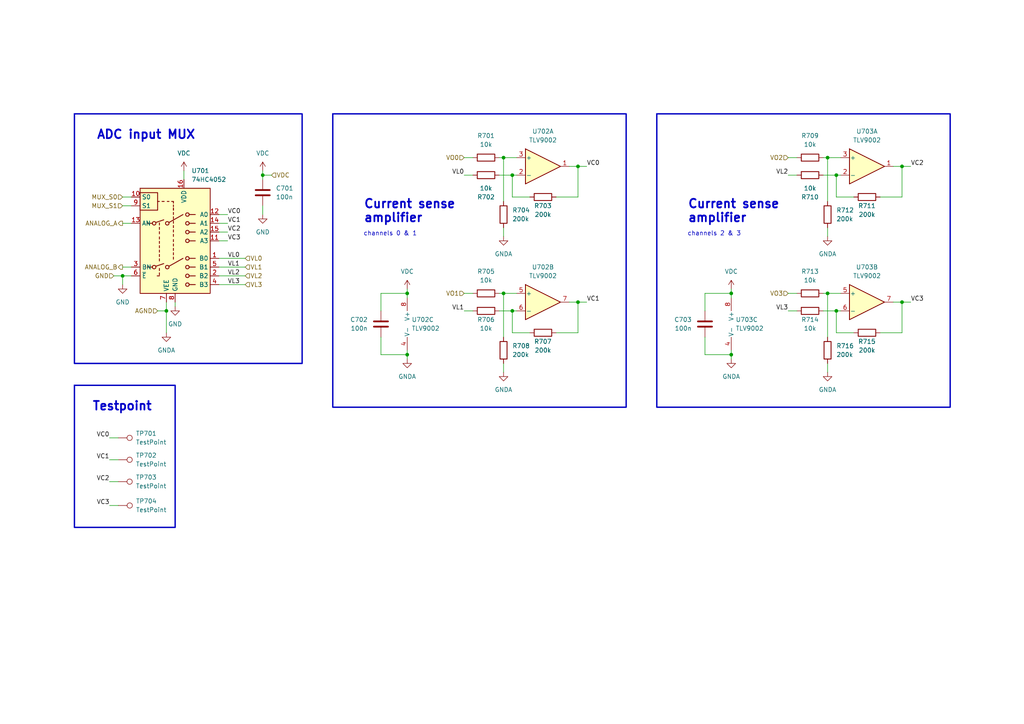
<source format=kicad_sch>
(kicad_sch (version 20230121) (generator eeschema)
  (paper "A4")
  (lib_symbols
    (symbol "Amplifier_Operational:LMV358" (pin_names (offset 0.127))
      (property "Reference" "U" (at 0 5.08 0))
      (property "Value" "LMV358" (at 0 -5.08 0))
      (symbol "LMV358_1_1"
        (polyline (pts (xy -5.08 5.08) (xy 5.08 0) (xy -5.08 -5.08) (xy -5.08 5.08)) (stroke (width 0.254)) (fill (type background)))
        (pin output line (at 7.62 0 180) (length 2.54) (name "~") (number "1"))
        (pin input line (at -7.62 -2.54 0) (length 2.54) (name "-") (number "2"))
        (pin input line (at -7.62 2.54 0) (length 2.54) (name "+") (number "3"))
      )
      (symbol "LMV358_2_1"
        (polyline (pts (xy -5.08 5.08) (xy 5.08 0) (xy -5.08 -5.08) (xy -5.08 5.08)) (stroke (width 0.254)) (fill (type background)))
        (pin input line (at -7.62 2.54 0) (length 2.54) (name "+") (number "5"))
        (pin input line (at -7.62 -2.54 0) (length 2.54) (name "-") (number "6"))
        (pin output line (at 7.62 0 180) (length 2.54) (name "~") (number "7"))
      )
      (symbol "LMV358_3_1"
        (pin power_in line (at -2.54 -7.62 90) (length 3.81) (name "V-") (number "4"))
        (pin power_in line (at -2.54 7.62 270) (length 3.81) (name "V+") (number "8"))
      )
    )
    (symbol "Analog_Switch:CD4052B"
      (property "Reference" "U3" (at 4.7341 20.32 0))
      (property "Value" "74HC4052" (at 4.7341 17.78 0))
      (symbol "CD4052B_0_1"
        (rectangle (start -10.16 8.89) (end -5.08 13.97) (stroke (width 0.254)))
        (rectangle (start -10.16 15.24) (end 10.16 -15.24) (stroke (width 0.254)) (fill (type background)))
        (circle (center -6.096 -7.62) (radius 0.508) (stroke (width 0.254)))
        (circle (center -6.096 5.08) (radius 0.508) (stroke (width 0.254)))
        (circle (center -2.286 -7.62) (radius 0.508) (stroke (width 0.254)))
        (circle (center -2.286 5.08) (radius 0.508) (stroke (width 0.254)))
        (polyline (pts (xy -8.128 -7.62) (xy -6.604 -7.62)) (stroke (width 0.254)))
        (polyline (pts (xy -8.128 5.08) (xy -6.604 5.08)) (stroke (width 0.254)))
        (polyline (pts (xy -5.588 -7.366) (xy -3.302 -6.604)) (stroke (width 0.254)))
        (polyline (pts (xy -5.588 5.334) (xy -3.302 6.096)) (stroke (width 0.254)))
        (polyline (pts (xy -4.572 -10.16) (xy -5.207 -10.16)) (stroke (width 0.254)))
        (polyline (pts (xy -4.572 -9.906) (xy -4.572 -9.271)) (stroke (width 0.254)))
        (polyline (pts (xy -4.572 -8.636) (xy -4.572 -8.001)) (stroke (width 0.254)))
        (polyline (pts (xy -4.572 -5.842) (xy -4.572 -5.207)) (stroke (width 0.254)))
        (polyline (pts (xy -4.572 -4.572) (xy -4.572 -3.937)) (stroke (width 0.254)))
        (polyline (pts (xy -4.572 -3.302) (xy -4.572 -2.667)) (stroke (width 0.254)))
        (polyline (pts (xy -4.572 -2.032) (xy -4.572 -1.397)) (stroke (width 0.254)))
        (polyline (pts (xy -4.572 -0.762) (xy -4.572 -0.127)) (stroke (width 0.254)))
        (polyline (pts (xy -4.572 0.508) (xy -4.572 1.143)) (stroke (width 0.254)))
        (polyline (pts (xy -4.572 2.032) (xy -4.572 2.667)) (stroke (width 0.254)))
        (polyline (pts (xy -4.572 3.302) (xy -4.572 3.937)) (stroke (width 0.254)))
        (polyline (pts (xy -4.572 4.572) (xy -4.572 5.207)) (stroke (width 0.254)))
        (polyline (pts (xy -4.572 11.43) (xy -5.08 11.43)) (stroke (width 0.254)))
        (polyline (pts (xy -3.81 11.43) (xy -3.175 11.43)) (stroke (width 0.254)))
        (polyline (pts (xy -1.778 -7.366) (xy 2.286 -5.08)) (stroke (width 0.254)))
        (polyline (pts (xy -1.778 5.334) (xy 2.286 7.62)) (stroke (width 0.254)))
        (polyline (pts (xy -1.778 11.43) (xy -2.286 11.43)) (stroke (width 0.254)))
        (polyline (pts (xy -0.508 -5.334) (xy -0.508 -4.699)) (stroke (width 0.254)))
        (polyline (pts (xy -0.508 -4.064) (xy -0.508 -3.429)) (stroke (width 0.254)))
        (polyline (pts (xy -0.508 -2.794) (xy -0.508 -2.159)) (stroke (width 0.254)))
        (polyline (pts (xy -0.508 -1.524) (xy -0.508 -0.889)) (stroke (width 0.254)))
        (polyline (pts (xy -0.508 -0.254) (xy -0.508 0.381)) (stroke (width 0.254)))
        (polyline (pts (xy -0.508 1.27) (xy -0.508 1.905)) (stroke (width 0.254)))
        (polyline (pts (xy -0.508 2.54) (xy -0.508 3.175)) (stroke (width 0.254)))
        (polyline (pts (xy -0.508 3.81) (xy -0.508 4.445)) (stroke (width 0.254)))
        (polyline (pts (xy -0.508 5.08) (xy -0.508 5.715)) (stroke (width 0.254)))
        (polyline (pts (xy -0.508 6.35) (xy -0.508 6.985)) (stroke (width 0.254)))
        (polyline (pts (xy -0.508 7.62) (xy -0.508 8.255)) (stroke (width 0.254)))
        (polyline (pts (xy -0.508 8.89) (xy -0.508 9.398)) (stroke (width 0.254)))
        (polyline (pts (xy -0.508 8.89) (xy -0.508 9.525)) (stroke (width 0.254)))
        (polyline (pts (xy -0.508 9.906) (xy -0.508 10.414)) (stroke (width 0.254)))
        (polyline (pts (xy -0.508 10.922) (xy -0.508 11.43)) (stroke (width 0.254)))
        (polyline (pts (xy -0.508 11.43) (xy -1.016 11.43)) (stroke (width 0.254)))
        (polyline (pts (xy 4.064 -12.7) (xy 5.842 -12.7)) (stroke (width 0.254)))
        (polyline (pts (xy 4.064 -10.16) (xy 5.842 -10.16)) (stroke (width 0.254)))
        (polyline (pts (xy 4.064 -7.62) (xy 5.842 -7.62)) (stroke (width 0.254)))
        (polyline (pts (xy 4.064 -5.08) (xy 5.842 -5.08)) (stroke (width 0.254)))
        (polyline (pts (xy 4.064 0) (xy 5.842 0)) (stroke (width 0.254)))
        (polyline (pts (xy 4.064 2.54) (xy 5.842 2.54)) (stroke (width 0.254)))
        (polyline (pts (xy 4.064 5.08) (xy 5.842 5.08)) (stroke (width 0.254)))
        (polyline (pts (xy 4.064 7.62) (xy 5.842 7.62)) (stroke (width 0.254)))
        (circle (center 3.556 -12.7) (radius 0.508) (stroke (width 0.254)))
        (circle (center 3.556 -10.16) (radius 0.508) (stroke (width 0.254)))
        (circle (center 3.556 -7.62) (radius 0.508) (stroke (width 0.254)))
        (circle (center 3.556 -5.08) (radius 0.508) (stroke (width 0.254)))
        (circle (center 3.556 0) (radius 0.508) (stroke (width 0.254)))
        (circle (center 3.556 2.54) (radius 0.508) (stroke (width 0.254)))
        (circle (center 3.556 5.08) (radius 0.508) (stroke (width 0.254)))
        (circle (center 3.556 7.62) (radius 0.508) (stroke (width 0.254)))
      )
      (symbol "CD4052B_1_1"
        (pin bidirectional line (at 12.7 -5.08 180) (length 2.54) (name "B0") (number "1"))
        (pin input line (at -12.7 12.7 0) (length 2.54) (name "S0") (number "10"))
        (pin bidirectional line (at 12.7 0 180) (length 2.54) (name "A3") (number "11"))
        (pin bidirectional line (at 12.7 7.62 180) (length 2.54) (name "A0") (number "12"))
        (pin bidirectional line (at -12.7 5.08 0) (length 2.54) (name "AN") (number "13"))
        (pin bidirectional line (at 12.7 5.08 180) (length 2.54) (name "A1") (number "14"))
        (pin bidirectional line (at 12.7 2.54 180) (length 2.54) (name "A2") (number "15"))
        (pin power_in line (at 2.54 17.78 270) (length 2.54) (name "VDD") (number "16"))
        (pin bidirectional line (at 12.7 -10.16 180) (length 2.54) (name "B2") (number "2"))
        (pin bidirectional line (at -12.7 -7.62 0) (length 2.54) (name "BN") (number "3"))
        (pin bidirectional line (at 12.7 -12.7 180) (length 2.54) (name "B3") (number "4"))
        (pin bidirectional line (at 12.7 -7.62 180) (length 2.54) (name "B1") (number "5"))
        (pin input line (at -12.7 -10.16 0) (length 2.54) (name "~{E}") (number "6"))
        (pin power_in line (at -2.54 -17.78 90) (length 2.54) (name "VEE") (number "7"))
        (pin power_in line (at 0 -17.78 90) (length 2.54) (name "GND") (number "8"))
        (pin input line (at -12.7 10.16 0) (length 2.54) (name "S1") (number "9"))
      )
    )
    (symbol "Connector:TestPoint" (pin_numbers hide) (pin_names (offset 0.762) hide)
      (property "Reference" "TP" (at 0 6.858 0))
      (property "Value" "TestPoint" (at 0 5.08 0))
      (symbol "TestPoint_0_1"
        (circle (center 0 3.302) (radius 0.762))
      )
      (symbol "TestPoint_1_1"
        (pin passive line (at 0 0 90) (length 2.54) (name "1") (number "1"))
      )
    )
    (symbol "Device:C" (pin_numbers hide) (pin_names (offset 0.254))
      (property "Reference" "C" (at 0.635 2.54 0))
      (property "Value" "C" (at 0.635 -2.54 0))
      (symbol "C_0_1"
        (polyline (pts (xy -2.032 -0.762) (xy 2.032 -0.762)) (stroke (width 0.508)))
        (polyline (pts (xy -2.032 0.762) (xy 2.032 0.762)) (stroke (width 0.508)))
      )
      (symbol "C_1_1"
        (pin passive line (at 0 3.81 270) (length 2.794) (name "~") (number "1"))
        (pin passive line (at 0 -3.81 90) (length 2.794) (name "~") (number "2"))
      )
    )
    (symbol "Device:R" (pin_numbers hide) (pin_names (offset 0))
      (property "Reference" "R" (at 2.032 0 90))
      (property "Value" "R" (at 0 0 90))
      (symbol "R_0_1"
        (rectangle (start -1.016 -2.54) (end 1.016 2.54) (stroke (width 0.254)))
      )
      (symbol "R_1_1"
        (pin passive line (at 0 3.81 270) (length 1.27) (name "~") (number "1"))
        (pin passive line (at 0 -3.81 90) (length 1.27) (name "~") (number "2"))
      )
    )
    (symbol "power:GND" (power) (pin_names (offset 0))
      (property "Value" "GND" (at 0 -3.81 0))
      (symbol "GND_0_1"
        (polyline (pts (xy 0 0) (xy 0 -1.27) (xy 1.27 -1.27) (xy 0 -2.54) (xy -1.27 -1.27) (xy 0 -1.27)))
      )
      (symbol "GND_1_1"
        (pin power_in line (at 0 0 270) (length 0) hide (name "GND") (number "1"))
      )
    )
    (symbol "power:GNDA" (power) (pin_names (offset 0))
      (property "Value" "GNDA" (at 0 -3.81 0))
      (symbol "GNDA_0_1"
        (polyline (pts (xy 0 0) (xy 0 -1.27) (xy 1.27 -1.27) (xy 0 -2.54) (xy -1.27 -1.27) (xy 0 -1.27)))
      )
      (symbol "GNDA_1_1"
        (pin power_in line (at 0 0 270) (length 0) hide (name "GNDA") (number "1"))
      )
    )
    (symbol "power:VDC" (power) (pin_names (offset 0))
      (property "Value" "VDC" (at 0 6.35 0))
      (symbol "VDC_0_1"
        (polyline (pts (xy -0.762 1.27) (xy 0 2.54)))
        (polyline (pts (xy 0 0) (xy 0 2.54)))
        (polyline (pts (xy 0 2.54) (xy 0.762 1.27)))
      )
      (symbol "VDC_1_1"
        (pin power_in line (at 0 0 90) (length 0) hide (name "VDC") (number "1"))
      )
    )
  )
  (junction (at 212.09 102.87))
  (junction (at 242.57 90.17))
  (junction (at 261.62 87.63))
  (junction (at 240.03 45.72))
  (junction (at 167.64 87.63))
  (junction (at 148.59 50.8))
  (junction (at 118.11 102.87))
  (junction (at 261.62 48.26))
  (junction (at 212.09 85.09))
  (junction (at 240.03 85.09))
  (junction (at 48.26 90.17))
  (junction (at 146.05 45.72))
  (junction (at 242.57 50.8))
  (junction (at 148.59 90.17))
  (junction (at 167.64 48.26))
  (junction (at 118.11 85.09))
  (junction (at 35.56 80.01))
  (junction (at 76.2 50.8))
  (junction (at 146.05 85.09))
  (wire (pts (xy 63.5 82.55) (xy 71.12 82.55)))
  (wire (pts (xy 240.03 85.09) (xy 243.84 85.09)))
  (wire (pts (xy 110.49 90.17) (xy 110.49 85.09)))
  (wire (pts (xy 31.7845 146.6159) (xy 34.3245 146.6159)))
  (wire (pts (xy 204.47 102.87) (xy 212.09 102.87)))
  (wire (pts (xy 76.2 50.8) (xy 76.2 52.07)))
  (wire (pts (xy 240.03 45.72) (xy 240.03 58.42)))
  (wire (pts (xy 228.6 50.8) (xy 231.14 50.8)))
  (wire (pts (xy 148.59 57.15) (xy 148.59 50.8)))
  (wire (pts (xy 146.05 68.58) (xy 146.05 66.04)))
  (wire (pts (xy 63.5 64.77) (xy 66.04 64.77)))
  (wire (pts (xy 118.11 104.14) (xy 118.11 102.87)))
  (wire (pts (xy 146.05 107.95) (xy 146.05 105.41)))
  (wire (pts (xy 144.78 50.8) (xy 148.59 50.8)))
  (wire (pts (xy 228.6 45.72) (xy 231.14 45.72)))
  (wire (pts (xy 165.1 87.63) (xy 167.64 87.63)))
  (wire (pts (xy 35.56 57.15) (xy 38.1 57.15)))
  (wire (pts (xy 63.5 74.93) (xy 71.12 74.93)))
  (wire (pts (xy 167.64 48.26) (xy 170.18 48.26)))
  (wire (pts (xy 35.56 80.01) (xy 38.1 80.01)))
  (wire (pts (xy 212.09 104.14) (xy 212.09 102.87)))
  (wire (pts (xy 148.59 90.17) (xy 149.86 90.17)))
  (wire (pts (xy 50.8 88.9) (xy 50.8 87.63)))
  (wire (pts (xy 161.29 96.52) (xy 167.64 96.52)))
  (wire (pts (xy 134.62 45.72) (xy 137.16 45.72)))
  (wire (pts (xy 167.64 96.52) (xy 167.64 87.63)))
  (wire (pts (xy 66.04 62.23) (xy 63.5 62.23)))
  (wire (pts (xy 242.57 90.17) (xy 243.84 90.17)))
  (wire (pts (xy 240.03 107.95) (xy 240.03 105.41)))
  (wire (pts (xy 48.26 90.17) (xy 48.26 87.63)))
  (wire (pts (xy 118.11 83.82) (xy 118.11 85.09)))
  (wire (pts (xy 259.08 87.63) (xy 261.62 87.63)))
  (wire (pts (xy 63.5 77.47) (xy 71.12 77.47)))
  (wire (pts (xy 146.05 85.09) (xy 146.05 97.79)))
  (wire (pts (xy 240.03 85.09) (xy 240.03 97.79)))
  (wire (pts (xy 110.49 85.09) (xy 118.11 85.09)))
  (wire (pts (xy 212.09 102.87) (xy 212.09 101.6)))
  (wire (pts (xy 33.02 80.01) (xy 35.56 80.01)))
  (wire (pts (xy 63.5 67.31) (xy 66.04 67.31)))
  (wire (pts (xy 35.56 64.77) (xy 38.1 64.77)))
  (wire (pts (xy 35.56 80.01) (xy 35.56 82.55)))
  (wire (pts (xy 261.62 48.26) (xy 264.16 48.26)))
  (wire (pts (xy 261.62 57.15) (xy 261.62 48.26)))
  (wire (pts (xy 242.57 96.52) (xy 242.57 90.17)))
  (wire (pts (xy 110.49 102.87) (xy 118.11 102.87)))
  (wire (pts (xy 255.27 96.52) (xy 261.62 96.52)))
  (wire (pts (xy 242.57 50.8) (xy 243.84 50.8)))
  (wire (pts (xy 167.64 87.63) (xy 170.18 87.63)))
  (wire (pts (xy 242.57 57.15) (xy 242.57 50.8)))
  (wire (pts (xy 161.29 57.15) (xy 167.64 57.15)))
  (wire (pts (xy 238.76 85.09) (xy 240.03 85.09)))
  (wire (pts (xy 134.62 85.09) (xy 137.16 85.09)))
  (wire (pts (xy 63.5 80.01) (xy 71.12 80.01)))
  (wire (pts (xy 31.75 127) (xy 34.29 127)))
  (wire (pts (xy 167.64 57.15) (xy 167.64 48.26)))
  (wire (pts (xy 35.56 77.47) (xy 38.1 77.47)))
  (wire (pts (xy 238.76 45.72) (xy 240.03 45.72)))
  (wire (pts (xy 78.74 50.8) (xy 76.2 50.8)))
  (wire (pts (xy 110.49 97.79) (xy 110.49 102.87)))
  (wire (pts (xy 144.78 45.72) (xy 146.05 45.72)))
  (wire (pts (xy 259.08 48.26) (xy 261.62 48.26)))
  (wire (pts (xy 153.67 57.15) (xy 148.59 57.15)))
  (wire (pts (xy 240.03 45.72) (xy 243.84 45.72)))
  (wire (pts (xy 204.47 97.79) (xy 204.47 102.87)))
  (wire (pts (xy 212.09 83.82) (xy 212.09 85.09)))
  (wire (pts (xy 35.56 59.69) (xy 38.1 59.69)))
  (wire (pts (xy 247.65 96.52) (xy 242.57 96.52)))
  (wire (pts (xy 153.67 96.52) (xy 148.59 96.52)))
  (wire (pts (xy 240.03 68.58) (xy 240.03 66.04)))
  (wire (pts (xy 238.76 90.17) (xy 242.57 90.17)))
  (wire (pts (xy 146.05 45.72) (xy 149.86 45.72)))
  (wire (pts (xy 146.05 85.09) (xy 149.86 85.09)))
  (wire (pts (xy 118.11 102.87) (xy 118.11 101.6)))
  (wire (pts (xy 146.05 45.72) (xy 146.05 58.42)))
  (wire (pts (xy 148.59 50.8) (xy 149.86 50.8)))
  (wire (pts (xy 134.62 50.8) (xy 137.16 50.8)))
  (wire (pts (xy 144.78 90.17) (xy 148.59 90.17)))
  (wire (pts (xy 204.47 85.09) (xy 212.09 85.09)))
  (wire (pts (xy 238.76 50.8) (xy 242.57 50.8)))
  (wire (pts (xy 53.34 49.53) (xy 53.34 52.07)))
  (wire (pts (xy 134.62 90.17) (xy 137.16 90.17)))
  (wire (pts (xy 204.47 90.17) (xy 204.47 85.09)))
  (wire (pts (xy 261.62 87.63) (xy 264.16 87.63)))
  (wire (pts (xy 76.2 49.53) (xy 76.2 50.8)))
  (wire (pts (xy 63.5 69.85) (xy 66.04 69.85)))
  (wire (pts (xy 165.1 48.26) (xy 167.64 48.26)))
  (wire (pts (xy 45.72 90.17) (xy 48.26 90.17)))
  (wire (pts (xy 212.09 85.09) (xy 212.09 86.36)))
  (wire (pts (xy 144.78 85.09) (xy 146.05 85.09)))
  (wire (pts (xy 76.2 59.69) (xy 76.2 62.23)))
  (wire (pts (xy 31.75 133.35) (xy 34.29 133.35)))
  (wire (pts (xy 228.6 85.09) (xy 231.14 85.09)))
  (wire (pts (xy 118.11 85.09) (xy 118.11 86.36)))
  (wire (pts (xy 261.62 96.52) (xy 261.62 87.63)))
  (wire (pts (xy 148.59 96.52) (xy 148.59 90.17)))
  (wire (pts (xy 48.26 90.17) (xy 48.26 96.52)))
  (wire (pts (xy 31.75 139.7) (xy 34.29 139.7)))
  (wire (pts (xy 247.65 57.15) (xy 242.57 57.15)))
  (wire (pts (xy 255.27 57.15) (xy 261.62 57.15)))
  (wire (pts (xy 228.6 90.17) (xy 231.14 90.17)))
  (rectangle (start 96.52 33.02) (end 181.61 118.11) (stroke (width 0.4)))
  (rectangle (start 190.5 33.02) (end 275.59 118.11) (stroke (width 0.4)))
  (rectangle (start 21.59 33.02) (end 87.63 105.41) (stroke (width 0.4)))
  (rectangle (start 21.59 111.76) (end 50.8 152.9659) (stroke (width 0.4)))
  (text "Current sense \namplifier" (at 105.41 64.77 0) (effects (font (size 2.5 2.5) (thickness 0.5) bold) (justify left bottom)))
  (text "ADC input MUX" (at 27.94 40.64 0) (effects (font (size 2.5 2.5) (thickness 0.5) bold) (justify left bottom)))
  (text "Current sense \namplifier" (at 199.39 64.77 0) (effects (font (size 2.5 2.5) (thickness 0.5) bold) (justify left bottom)))
  (text "channels 0 & 1" (at 105.41 68.58 0) (effects (font (size 1.27 1.27)) (justify left bottom)))
  (text "Testpoint" (at 26.67 119.38 0) (effects (font (size 2.5 2.5) (thickness 0.5) bold) (justify left bottom)))
  (text "channels 2 & 3" (at 199.39 68.58 0) (effects (font (size 1.27 1.27)) (justify left bottom)))
  (label "VL1" (at 66.04 77.47 0))
  (label "VC3" (at 264.16 87.63 0))
  (label "VL0" (at 66.04 74.93 0))
  (label "VC0" (at 31.75 127 180))
  (label "VL0" (at 134.62 50.8 180))
  (label "VL2" (at 66.04 80.01 0))
  (label "VC2" (at 66.04 67.31 0))
  (label "VL2" (at 228.6 50.8 180))
  (label "VC0" (at 66.04 62.23 0))
  (label "VC0" (at 170.18 48.26 0))
  (label "VC2" (at 31.75 139.7 180))
  (label "VC1" (at 66.04 64.77 0))
  (label "VC1" (at 170.18 87.63 0))
  (label "VC2" (at 264.16 48.26 0))
  (label "VC3" (at 31.7845 146.6159 180))
  (label "VL1" (at 134.62 90.17 180))
  (label "VL3" (at 66.04 82.55 0))
  (label "VC3" (at 66.04 69.85 0))
  (label "VL3" (at 228.6 90.17 180))
  (label "VC1" (at 31.75 133.35 180))
  (hierarchical_label "MUX_S0" (shape input) (at 35.56 57.15 180))
  (hierarchical_label "VO3" (shape input) (at 228.6 85.09 180))
  (hierarchical_label "VO1" (shape input) (at 134.62 85.09 180))
  (hierarchical_label "ANALOG_A" (shape output) (at 35.56 64.77 180))
  (hierarchical_label "AGND" (shape input) (at 45.72 90.17 180))
  (hierarchical_label "VO2" (shape input) (at 228.6 45.72 180))
  (hierarchical_label "ANALOG_B" (shape output) (at 35.56 77.47 180))
  (hierarchical_label "MUX_S1" (shape input) (at 35.56 59.69 180))
  (hierarchical_label "VL0" (shape input) (at 71.12 74.93 0))
  (hierarchical_label "VL3" (shape input) (at 71.12 82.55 0))
  (hierarchical_label "VL1" (shape input) (at 71.12 77.47 0))
  (hierarchical_label "VL2" (shape input) (at 71.12 80.01 0))
  (hierarchical_label "VDC" (shape input) (at 78.74 50.8 0))
  (hierarchical_label "GND" (shape input) (at 33.02 80.01 180))
  (hierarchical_label "VO0" (shape input) (at 134.62 45.72 180))
  (symbol (lib_id "power:GND") (at 35.56 82.55 0) (unit 1)
    (property "Reference" "#PWR019" (effects hide))
    (property "Value" "GND" (at 35.56 87.63 0))
  )
  (symbol (lib_id "Device:R") (at 140.97 85.09 90) (unit 1)
    (property "Reference" "R705" (at 140.97 78.74 90))
    (property "Value" "10k" (at 140.97 81.28 90))
    (property "Footprint" "Resistor_SMD:R_0402_1005Metric_Pad0.72x0.64mm_HandSolder" (effects hide))
    (property "LCSC" "C25744" (effects hide))
  )
  (symbol (lib_id "power:GNDA") (at 118.11 104.14 0) (unit 1)
    (property "Reference" "#PWR053" (effects hide))
    (property "Value" "GNDA" (at 118.11 109.22 0))
  )
  (symbol (lib_id "Device:R") (at 146.05 62.23 0) (unit 1)
    (property "Reference" "R704" (at 148.59 60.96 0) (effects (justify left)))
    (property "Value" "200k" (at 148.59 63.5 0) (effects (justify left)))
    (property "Footprint" "Resistor_SMD:R_0402_1005Metric_Pad0.72x0.64mm_HandSolder" (effects hide))
    (property "LCSC" "C25764" (effects hide))
  )
  (symbol (lib_id "power:VDC") (at 53.34 49.53 0) (unit 1)
    (property "Reference" "#PWR022" (effects hide))
    (property "Value" "VDC" (at 53.34 44.45 0))
  )
  (symbol (lib_id "Connector:TestPoint") (at 34.3245 146.6159 270) (unit 1)
    (property "Reference" "TP704" (at 39.4045 145.3459 90) (effects (justify left)))
    (property "Value" "TestPoint" (at 39.4045 147.8859 90) (effects (justify left)))
    (property "Footprint" "TestPoint:TestPoint_THTPad_D1.5mm_Drill0.7mm" (effects hide))
  )
  (symbol (lib_id "power:VDC") (at 76.2 49.53 0) (unit 1)
    (property "Reference" "#PWR063" (effects hide))
    (property "Value" "VDC" (at 76.2 44.45 0))
  )
  (symbol (lib_id "Device:R") (at 234.95 45.72 90) (unit 1)
    (property "Reference" "R709" (at 234.95 39.37 90))
    (property "Value" "10k" (at 234.95 41.91 90))
    (property "Footprint" "Resistor_SMD:R_0402_1005Metric_Pad0.72x0.64mm_HandSolder" (effects hide))
    (property "LCSC" "C25744" (effects hide))
  )
  (symbol (lib_id "Device:R") (at 251.46 57.15 270) (unit 1)
    (property "Reference" "R711" (at 251.46 59.69 90))
    (property "Value" "200k" (at 251.46 62.23 90))
    (property "Footprint" "Resistor_SMD:R_0402_1005Metric_Pad0.72x0.64mm_HandSolder" (effects hide))
    (property "LCSC" "C25764" (effects hide))
  )
  (symbol (lib_id "power:GNDA") (at 212.09 104.14 0) (unit 1)
    (property "Reference" "#PWR066" (effects hide))
    (property "Value" "GNDA" (at 212.09 109.22 0))
  )
  (symbol (lib_id "Device:R") (at 240.03 101.6 0) (unit 1)
    (property "Reference" "R716" (at 242.57 100.33 0) (effects (justify left)))
    (property "Value" "200k" (at 242.57 102.87 0) (effects (justify left)))
    (property "Footprint" "Resistor_SMD:R_0402_1005Metric_Pad0.72x0.64mm_HandSolder" (effects hide))
    (property "LCSC" "C25764" (effects hide))
  )
  (symbol (lib_id "Device:R") (at 234.95 85.09 90) (unit 1)
    (property "Reference" "R713" (at 234.95 78.74 90))
    (property "Value" "10k" (at 234.95 81.28 90))
    (property "Footprint" "Resistor_SMD:R_0402_1005Metric_Pad0.72x0.64mm_HandSolder" (effects hide))
    (property "LCSC" "C25744" (effects hide))
  )
  (symbol (lib_id "Analog_Switch:CD4052B") (at 50.8 69.85 0) (unit 1)
    (property "Reference" "U701" (at 55.5341 49.53 0) (effects (justify left)))
    (property "Value" "74HC4052" (at 55.5341 52.07 0) (effects (justify left)))
    (property "Footprint" "Package_SO:TSSOP-16_4.4x5mm_P0.65mm" (effects hide))
    (property "Datasheet" "http://www.ti.com/lit/ds/symlink/cd4052b.pdf" (effects hide))
    (property "LCSC" "C5646" (effects hide))
  )
  (symbol (lib_id "Device:R") (at 234.95 90.17 90) (mirror x) (unit 1)
    (property "Reference" "R714" (at 234.95 92.71 90))
    (property "Value" "10k" (at 234.95 95.25 90))
    (property "Footprint" "Resistor_SMD:R_0402_1005Metric_Pad0.72x0.64mm_HandSolder" (effects hide))
    (property "LCSC" "C25744" (effects hide))
  )
  (symbol (lib_id "Amplifier_Operational:LMV358") (at 251.46 87.63 0) (unit 2)
    (property "Reference" "U703" (at 251.46 77.47 0))
    (property "Value" "TLV9002" (at 251.46 80.01 0))
    (property "Footprint" "Package_SO:TSSOP-8_4.4x3mm_P0.65mm" (effects hide))
    (property "Datasheet" "http://www.ti.com/lit/ds/symlink/lmv324.pdf" (effects hide))
    (property "LCSC" "C398360" (effects hide))
  )
  (symbol (lib_id "Device:R") (at 251.46 96.52 270) (unit 1)
    (property "Reference" "R715" (at 251.46 99.06 90))
    (property "Value" "200k" (at 251.46 101.6 90))
    (property "Footprint" "Resistor_SMD:R_0402_1005Metric_Pad0.72x0.64mm_HandSolder" (effects hide))
    (property "LCSC" "C25764" (effects hide))
  )
  (symbol (lib_id "power:GNDA") (at 48.26 96.52 0) (unit 1)
    (property "Reference" "#PWR020" (effects hide))
    (property "Value" "GNDA" (at 48.26 101.6 0))
  )
  (symbol (lib_id "Device:R") (at 140.97 90.17 90) (mirror x) (unit 1)
    (property "Reference" "R706" (at 140.97 92.71 90))
    (property "Value" "10k" (at 140.97 95.25 90))
    (property "Footprint" "Resistor_SMD:R_0402_1005Metric_Pad0.72x0.64mm_HandSolder" (effects hide))
    (property "LCSC" "C25744" (effects hide))
  )
  (symbol (lib_id "Amplifier_Operational:LMV358") (at 251.46 48.26 0) (unit 1)
    (property "Reference" "U703" (at 251.46 38.1 0))
    (property "Value" "TLV9002" (at 251.46 40.64 0))
    (property "Footprint" "Package_SO:TSSOP-8_4.4x3mm_P0.65mm" (effects hide))
    (property "Datasheet" "http://www.ti.com/lit/ds/symlink/lmv324.pdf" (effects hide))
    (property "LCSC" "C398360" (effects hide))
  )
  (symbol (lib_id "Device:R") (at 234.95 50.8 90) (mirror x) (unit 1)
    (property "Reference" "R710" (at 234.95 57.15 90))
    (property "Value" "10k" (at 234.95 54.61 90))
    (property "Footprint" "Resistor_SMD:R_0402_1005Metric_Pad0.72x0.64mm_HandSolder" (effects hide))
    (property "LCSC" "C25744" (effects hide))
  )
  (symbol (lib_id "power:GNDA") (at 146.05 68.58 0) (unit 1)
    (property "Reference" "#PWR061" (effects hide))
    (property "Value" "GNDA" (at 146.05 73.66 0))
  )
  (symbol (lib_id "Device:C") (at 204.47 93.98 0) (mirror y) (unit 1)
    (property "Reference" "C703" (at 200.66 92.71 0) (effects (justify left)))
    (property "Value" "100n" (at 200.66 95.25 0) (effects (justify left)))
    (property "Footprint" "Capacitor_SMD:C_0603_1608Metric_Pad1.08x0.95mm_HandSolder" (effects hide))
    (property "LCSC" "C14663" (effects hide))
  )
  (symbol (lib_id "Amplifier_Operational:LMV358") (at 214.63 93.98 0) (unit 3)
    (property "Reference" "U703" (at 213.36 92.71 0) (effects (justify left)))
    (property "Value" "TLV9002" (at 213.36 95.25 0) (effects (justify left)))
    (property "Footprint" "Package_SO:TSSOP-8_4.4x3mm_P0.65mm" (effects hide))
    (property "Datasheet" "http://www.ti.com/lit/ds/symlink/lmv324.pdf" (effects hide))
    (property "LCSC" "C398360" (effects hide))
  )
  (symbol (lib_id "Device:R") (at 140.97 45.72 90) (unit 1)
    (property "Reference" "R701" (at 140.97 39.37 90))
    (property "Value" "10k" (at 140.97 41.91 90))
    (property "Footprint" "Resistor_SMD:R_0402_1005Metric_Pad0.72x0.64mm_HandSolder" (effects hide))
    (property "LCSC" "C25744" (effects hide))
  )
  (symbol (lib_id "Connector:TestPoint") (at 34.29 139.7 270) (unit 1)
    (property "Reference" "TP703" (at 39.37 138.43 90) (effects (justify left)))
    (property "Value" "TestPoint" (at 39.37 140.97 90) (effects (justify left)))
    (property "Footprint" "TestPoint:TestPoint_THTPad_D1.5mm_Drill0.7mm" (effects hide))
  )
  (symbol (lib_id "power:VDC") (at 212.09 83.82 0) (unit 1)
    (property "Reference" "#PWR065" (effects hide))
    (property "Value" "VDC" (at 212.09 78.74 0))
  )
  (symbol (lib_id "Device:C") (at 76.2 55.88 0) (unit 1)
    (property "Reference" "C701" (at 80.01 54.61 0) (effects (justify left)))
    (property "Value" "100n" (at 80.01 57.15 0) (effects (justify left)))
    (property "Footprint" "Capacitor_SMD:C_0603_1608Metric_Pad1.08x0.95mm_HandSolder" (effects hide))
    (property "LCSC" "C14663" (effects hide))
  )
  (symbol (lib_id "Connector:TestPoint") (at 34.29 133.35 270) (unit 1)
    (property "Reference" "TP702" (at 39.37 132.08 90) (effects (justify left)))
    (property "Value" "TestPoint" (at 39.37 134.62 90) (effects (justify left)))
    (property "Footprint" "TestPoint:TestPoint_THTPad_D1.5mm_Drill0.7mm" (effects hide))
  )
  (symbol (lib_id "power:GNDA") (at 240.03 107.95 0) (unit 1)
    (property "Reference" "#PWR068" (effects hide))
    (property "Value" "GNDA" (at 240.03 113.03 0))
  )
  (symbol (lib_id "Device:R") (at 146.05 101.6 0) (unit 1)
    (property "Reference" "R708" (at 148.59 100.33 0) (effects (justify left)))
    (property "Value" "200k" (at 148.59 102.87 0) (effects (justify left)))
    (property "Footprint" "Resistor_SMD:R_0402_1005Metric_Pad0.72x0.64mm_HandSolder" (effects hide))
    (property "LCSC" "C25764" (effects hide))
  )
  (symbol (lib_id "Amplifier_Operational:LMV358") (at 157.48 87.63 0) (unit 2)
    (property "Reference" "U702" (at 157.48 77.47 0))
    (property "Value" "TLV9002" (at 157.48 80.01 0))
    (property "Footprint" "Package_SO:TSSOP-8_4.4x3mm_P0.65mm" (effects hide))
    (property "Datasheet" "http://www.ti.com/lit/ds/symlink/lmv324.pdf" (effects hide))
    (property "LCSC" "C398360" (effects hide))
  )
  (symbol (lib_id "Device:C") (at 110.49 93.98 0) (mirror y) (unit 1)
    (property "Reference" "C702" (at 106.68 92.71 0) (effects (justify left)))
    (property "Value" "100n" (at 106.68 95.25 0) (effects (justify left)))
    (property "Footprint" "Capacitor_SMD:C_0603_1608Metric_Pad1.08x0.95mm_HandSolder" (effects hide))
    (property "LCSC" "C14663" (effects hide))
  )
  (symbol (lib_id "power:GND") (at 50.8 88.9 0) (unit 1)
    (property "Reference" "#PWR021" (effects hide))
    (property "Value" "GND" (at 50.8 93.98 0))
  )
  (symbol (lib_id "power:GNDA") (at 146.05 107.95 0) (unit 1)
    (property "Reference" "#PWR062" (effects hide))
    (property "Value" "GNDA" (at 146.05 113.03 0))
  )
  (symbol (lib_id "Device:R") (at 157.48 57.15 270) (unit 1)
    (property "Reference" "R703" (at 157.48 59.69 90))
    (property "Value" "200k" (at 157.48 62.23 90))
    (property "Footprint" "Resistor_SMD:R_0402_1005Metric_Pad0.72x0.64mm_HandSolder" (effects hide))
    (property "LCSC" "C25764" (effects hide))
  )
  (symbol (lib_id "power:VDC") (at 118.11 83.82 0) (unit 1)
    (property "Reference" "#PWR052" (effects hide))
    (property "Value" "VDC" (at 118.11 78.74 0))
  )
  (symbol (lib_id "power:GNDA") (at 240.03 68.58 0) (unit 1)
    (property "Reference" "#PWR067" (effects hide))
    (property "Value" "GNDA" (at 240.03 73.66 0))
  )
  (symbol (lib_id "Device:R") (at 157.48 96.52 270) (unit 1)
    (property "Reference" "R707" (at 157.48 99.06 90))
    (property "Value" "200k" (at 157.48 101.6 90))
    (property "Footprint" "Resistor_SMD:R_0402_1005Metric_Pad0.72x0.64mm_HandSolder" (effects hide))
    (property "LCSC" "C25764" (effects hide))
  )
  (symbol (lib_id "Amplifier_Operational:LMV358") (at 157.48 48.26 0) (unit 1)
    (property "Reference" "U702" (at 157.48 38.1 0))
    (property "Value" "TLV9002" (at 157.48 40.64 0))
    (property "Footprint" "Package_SO:TSSOP-8_4.4x3mm_P0.65mm" (effects hide))
    (property "Datasheet" "http://www.ti.com/lit/ds/symlink/lmv324.pdf" (effects hide))
    (property "LCSC" "C398360" (effects hide))
  )
  (symbol (lib_id "Amplifier_Operational:LMV358") (at 120.65 93.98 0) (unit 3)
    (property "Reference" "U702" (at 119.38 92.71 0) (effects (justify left)))
    (property "Value" "TLV9002" (at 119.38 95.25 0) (effects (justify left)))
    (property "Footprint" "Package_SO:TSSOP-8_4.4x3mm_P0.65mm" (effects hide))
    (property "Datasheet" "http://www.ti.com/lit/ds/symlink/lmv324.pdf" (effects hide))
    (property "LCSC" "C398360" (effects hide))
  )
  (symbol (lib_id "Connector:TestPoint") (at 34.29 127 270) (unit 1)
    (property "Reference" "TP701" (at 39.37 125.73 90) (effects (justify left)))
    (property "Value" "TestPoint" (at 39.37 128.27 90) (effects (justify left)))
    (property "Footprint" "TestPoint:TestPoint_THTPad_D1.5mm_Drill0.7mm" (effects hide))
  )
  (symbol (lib_id "Device:R") (at 240.03 62.23 0) (unit 1)
    (property "Reference" "R712" (at 242.57 60.96 0) (effects (justify left)))
    (property "Value" "200k" (at 242.57 63.5 0) (effects (justify left)))
    (property "Footprint" "Resistor_SMD:R_0402_1005Metric_Pad0.72x0.64mm_HandSolder" (effects hide))
    (property "LCSC" "C25764" (effects hide))
  )
  (symbol (lib_id "power:GND") (at 76.2 62.23 0) (unit 1)
    (property "Reference" "#PWR064" (effects hide))
    (property "Value" "GND" (at 76.2 67.31 0))
  )
  (symbol (lib_id "Device:R") (at 140.97 50.8 90) (mirror x) (unit 1)
    (property "Reference" "R702" (at 140.97 57.15 90))
    (property "Value" "10k" (at 140.97 54.61 90))
    (property "Footprint" "Resistor_SMD:R_0402_1005Metric_Pad0.72x0.64mm_HandSolder" (effects hide))
    (property "LCSC" "C25744" (effects hide))
  )
)
</source>
